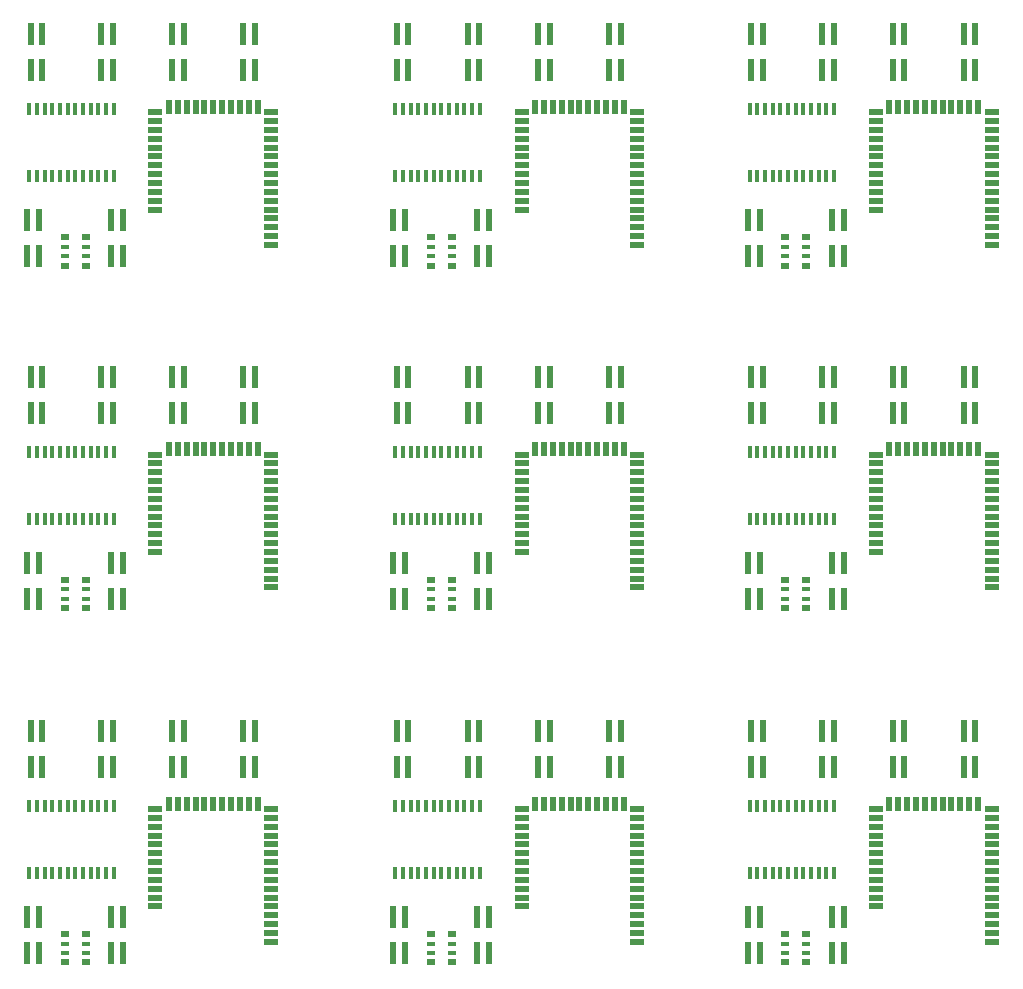
<source format=gbp>
%MOIN*%
%OFA0B0*%
%FSLAX46Y46*%
%IPPOS*%
%LPD*%
%ADD10R,0.047244094488188976X0.01968503937007874*%
%ADD11R,0.01968503937007874X0.047244094488188976*%
%ADD12R,0.015748031496062995X0.043307086614173235*%
%ADD13R,0.031496062992125991X0.01968503937007874*%
%ADD14R,0.031496062992125991X0.015748031496062995*%
%ADD15R,0.01968503937007874X0.072834645669291348*%
%ADD26R,0.047244094488188976X0.01968503937007874*%
%ADD27R,0.01968503937007874X0.047244094488188976*%
%ADD28R,0.015748031496062995X0.043307086614173235*%
%ADD29R,0.031496062992125991X0.01968503937007874*%
%ADD30R,0.031496062992125991X0.015748031496062995*%
%ADD31R,0.01968503937007874X0.072834645669291348*%
%ADD32R,0.047244094488188976X0.01968503937007874*%
%ADD33R,0.01968503937007874X0.047244094488188976*%
%ADD34R,0.015748031496062995X0.043307086614173235*%
%ADD35R,0.031496062992125991X0.01968503937007874*%
%ADD36R,0.031496062992125991X0.015748031496062995*%
%ADD37R,0.01968503937007874X0.072834645669291348*%
%ADD38R,0.047244094488188976X0.01968503937007874*%
%ADD39R,0.01968503937007874X0.047244094488188976*%
%ADD40R,0.015748031496062995X0.043307086614173235*%
%ADD41R,0.031496062992125991X0.01968503937007874*%
%ADD42R,0.031496062992125991X0.015748031496062995*%
%ADD43R,0.01968503937007874X0.072834645669291348*%
%ADD44R,0.047244094488188976X0.01968503937007874*%
%ADD45R,0.01968503937007874X0.047244094488188976*%
%ADD46R,0.015748031496062995X0.043307086614173235*%
%ADD47R,0.031496062992125991X0.01968503937007874*%
%ADD48R,0.031496062992125991X0.015748031496062995*%
%ADD49R,0.01968503937007874X0.072834645669291348*%
%ADD50R,0.047244094488188976X0.01968503937007874*%
%ADD51R,0.01968503937007874X0.047244094488188976*%
%ADD52R,0.015748031496062995X0.043307086614173235*%
%ADD53R,0.031496062992125991X0.01968503937007874*%
%ADD54R,0.031496062992125991X0.015748031496062995*%
%ADD55R,0.01968503937007874X0.072834645669291348*%
%ADD56R,0.047244094488188976X0.01968503937007874*%
%ADD57R,0.01968503937007874X0.047244094488188976*%
%ADD58R,0.015748031496062995X0.043307086614173235*%
%ADD59R,0.031496062992125991X0.01968503937007874*%
%ADD60R,0.031496062992125991X0.015748031496062995*%
%ADD61R,0.01968503937007874X0.072834645669291348*%
%ADD62R,0.047244094488188976X0.01968503937007874*%
%ADD63R,0.01968503937007874X0.047244094488188976*%
%ADD64R,0.015748031496062995X0.043307086614173235*%
%ADD65R,0.031496062992125991X0.01968503937007874*%
%ADD66R,0.031496062992125991X0.015748031496062995*%
%ADD67R,0.01968503937007874X0.072834645669291348*%
%ADD68R,0.047244094488188976X0.01968503937007874*%
%ADD69R,0.01968503937007874X0.047244094488188976*%
%ADD70R,0.015748031496062995X0.043307086614173235*%
%ADD71R,0.031496062992125991X0.01968503937007874*%
%ADD72R,0.031496062992125991X0.015748031496062995*%
%ADD73R,0.01968503937007874X0.072834645669291348*%
D10*
X-0005196850Y0006889763D02*
X0000799566Y0002852440D03*
X0000799566Y0002881968D03*
X0000799566Y0002911496D03*
X0000799566Y0002941023D03*
X0000799566Y0002970551D03*
X0000799566Y0003000078D03*
X0000799566Y0003029606D03*
X0000799566Y0003059133D03*
X0000799566Y0003088661D03*
X0000799566Y0003118188D03*
X0000799566Y0003147716D03*
X0000799566Y0003177244D03*
D11*
X0000844842Y0003194960D03*
X0000874370Y0003194960D03*
X0000903897Y0003194960D03*
X0000933425Y0003194960D03*
X0000962952Y0003194960D03*
X0000992480Y0003194960D03*
X0001022007Y0003194960D03*
X0001051535Y0003194960D03*
X0001081062Y0003194960D03*
X0001110590Y0003194960D03*
X0001140118Y0003194960D03*
D10*
X0001185393Y0003177244D03*
X0001185393Y0003147716D03*
X0001185393Y0003118188D03*
X0001185393Y0003088661D03*
X0001185393Y0003059133D03*
X0001185393Y0003029606D03*
X0001185393Y0003000078D03*
X0001185393Y0002970551D03*
X0001185393Y0002941023D03*
X0001185393Y0002911496D03*
X0001185393Y0002881968D03*
X0001185393Y0002852440D03*
X0001185393Y0002822913D03*
X0001185393Y0002793385D03*
X0001185393Y0002763858D03*
X0001185393Y0002734330D03*
D12*
X0000378818Y0002962992D03*
X0000404409Y0002962992D03*
X0000429999Y0002962992D03*
X0000455590Y0002962992D03*
X0000481181Y0002962992D03*
X0000506771Y0002962992D03*
X0000532362Y0002962992D03*
X0000557952Y0002962992D03*
X0000583543Y0002962992D03*
X0000609133Y0002962992D03*
X0000634724Y0002962992D03*
X0000660314Y0002962992D03*
X0000660314Y0003187401D03*
X0000634724Y0003187401D03*
X0000609133Y0003187401D03*
X0000583543Y0003187401D03*
X0000557952Y0003187401D03*
X0000532362Y0003187401D03*
X0000506771Y0003187401D03*
X0000481181Y0003187401D03*
X0000455590Y0003187401D03*
X0000429999Y0003187401D03*
X0000404409Y0003187401D03*
X0000378818Y0003187401D03*
D13*
X0000567598Y0002759921D03*
D14*
X0000567598Y0002696929D03*
X0000567598Y0002728425D03*
D13*
X0000567598Y0002665433D03*
D14*
X0000496732Y0002728425D03*
D13*
X0000496732Y0002759921D03*
D14*
X0000496732Y0002696929D03*
D13*
X0000496732Y0002665433D03*
D15*
X0000652401Y0002695944D03*
X0000652401Y0002816023D03*
X0000691771Y0002695944D03*
X0000691771Y0002816023D03*
X0000411929Y0002816023D03*
X0000411929Y0002695944D03*
X0000372559Y0002816023D03*
X0000372559Y0002695944D03*
X0001131023Y0003436771D03*
X0001131023Y0003316692D03*
X0001091653Y0003436771D03*
X0001091653Y0003316692D03*
X0000894894Y0003436771D03*
X0000894894Y0003316692D03*
X0000855524Y0003436771D03*
X0000855524Y0003316692D03*
X0000619396Y0003316692D03*
X0000619396Y0003436771D03*
X0000658766Y0003316692D03*
X0000658766Y0003436771D03*
X0000422637Y0003436771D03*
X0000422637Y0003316692D03*
X0000383267Y0003436771D03*
X0000383267Y0003316692D03*
G04 next file*
G04 #@! TF.GenerationSoftware,KiCad,Pcbnew,(5.1.2)-1*
G04 #@! TF.CreationDate,2019-11-14T17:32:28+05:30*
G04 #@! TF.ProjectId,Frame,4672616d-652e-46b6-9963-61645f706362,rev?*
G04 #@! TF.SameCoordinates,Original*
G04 #@! TF.FileFunction,Paste,Bot*
G04 #@! TF.FilePolarity,Positive*
G04 Gerber Fmt 4.6, Leading zero omitted, Abs format (unit mm)*
G04 Created by KiCad (PCBNEW (5.1.2)-1) date 2019-11-14 17:32:28*
G04 APERTURE LIST*
G04 APERTURE END LIST*
G04 next file*
G04 #@! TF.GenerationSoftware,KiCad,Pcbnew,(5.1.2)-1*
G04 #@! TF.CreationDate,2019-11-08T13:50:46+05:30*
G04 #@! TF.ProjectId,TALK,54414c4b-2e6b-4696-9361-645f70636258,rev?*
G04 #@! TF.SameCoordinates,Original*
G04 #@! TF.FileFunction,Paste,Bot*
G04 #@! TF.FilePolarity,Positive*
G04 Gerber Fmt 4.6, Leading zero omitted, Abs format (unit mm)*
G04 Created by KiCad (PCBNEW (5.1.2)-1) date 2019-11-08 13:50:46*
G04 APERTURE LIST*
G04 APERTURE END LIST*
D26*
X-0003976377Y0006889763D02*
X0002020039Y0002852440D03*
X0002020039Y0002881968D03*
X0002020039Y0002911496D03*
X0002020039Y0002941023D03*
X0002020039Y0002970551D03*
X0002020039Y0003000078D03*
X0002020039Y0003029606D03*
X0002020039Y0003059133D03*
X0002020039Y0003088661D03*
X0002020039Y0003118188D03*
X0002020039Y0003147716D03*
X0002020039Y0003177244D03*
D27*
X0002065314Y0003194960D03*
X0002094842Y0003194960D03*
X0002124370Y0003194960D03*
X0002153897Y0003194960D03*
X0002183425Y0003194960D03*
X0002212952Y0003194960D03*
X0002242480Y0003194960D03*
X0002272007Y0003194960D03*
X0002301535Y0003194960D03*
X0002331062Y0003194960D03*
X0002360590Y0003194960D03*
D26*
X0002405866Y0003177244D03*
X0002405866Y0003147716D03*
X0002405866Y0003118188D03*
X0002405866Y0003088661D03*
X0002405866Y0003059133D03*
X0002405866Y0003029606D03*
X0002405866Y0003000078D03*
X0002405866Y0002970551D03*
X0002405866Y0002941023D03*
X0002405866Y0002911496D03*
X0002405866Y0002881968D03*
X0002405866Y0002852440D03*
X0002405866Y0002822913D03*
X0002405866Y0002793385D03*
X0002405866Y0002763858D03*
X0002405866Y0002734330D03*
D28*
X0001599291Y0002962992D03*
X0001624881Y0002962992D03*
X0001650472Y0002962992D03*
X0001676062Y0002962992D03*
X0001701653Y0002962992D03*
X0001727244Y0002962992D03*
X0001752834Y0002962992D03*
X0001778425Y0002962992D03*
X0001804015Y0002962992D03*
X0001829606Y0002962992D03*
X0001855196Y0002962992D03*
X0001880787Y0002962992D03*
X0001880787Y0003187401D03*
X0001855196Y0003187401D03*
X0001829606Y0003187401D03*
X0001804015Y0003187401D03*
X0001778425Y0003187401D03*
X0001752834Y0003187401D03*
X0001727244Y0003187401D03*
X0001701653Y0003187401D03*
X0001676062Y0003187401D03*
X0001650472Y0003187401D03*
X0001624881Y0003187401D03*
X0001599291Y0003187401D03*
D29*
X0001788070Y0002759921D03*
D30*
X0001788070Y0002696929D03*
X0001788070Y0002728425D03*
D29*
X0001788070Y0002665433D03*
D30*
X0001717204Y0002728425D03*
D29*
X0001717204Y0002759921D03*
D30*
X0001717204Y0002696929D03*
D29*
X0001717204Y0002665433D03*
D31*
X0001872874Y0002695944D03*
X0001872874Y0002816023D03*
X0001912244Y0002695944D03*
X0001912244Y0002816023D03*
X0001632401Y0002816023D03*
X0001632401Y0002695944D03*
X0001593031Y0002816023D03*
X0001593031Y0002695944D03*
X0002351496Y0003436771D03*
X0002351496Y0003316692D03*
X0002312125Y0003436771D03*
X0002312125Y0003316692D03*
X0002115367Y0003436771D03*
X0002115367Y0003316692D03*
X0002075997Y0003436771D03*
X0002075997Y0003316692D03*
X0001839868Y0003316692D03*
X0001839868Y0003436771D03*
X0001879238Y0003316692D03*
X0001879238Y0003436771D03*
X0001643110Y0003436771D03*
X0001643110Y0003316692D03*
X0001603740Y0003436771D03*
X0001603740Y0003316692D03*
G04 next file*
G04 #@! TF.GenerationSoftware,KiCad,Pcbnew,(5.1.2)-1*
G04 #@! TF.CreationDate,2019-11-08T13:50:46+05:30*
G04 #@! TF.ProjectId,TALK,54414c4b-2e6b-4696-9361-645f70636258,rev?*
G04 #@! TF.SameCoordinates,Original*
G04 #@! TF.FileFunction,Paste,Bot*
G04 #@! TF.FilePolarity,Positive*
G04 Gerber Fmt 4.6, Leading zero omitted, Abs format (unit mm)*
G04 Created by KiCad (PCBNEW (5.1.2)-1) date 2019-11-08 13:50:46*
G04 APERTURE LIST*
G04 APERTURE END LIST*
D32*
X-0002795275Y0006889763D02*
X0003201141Y0002852440D03*
X0003201141Y0002881968D03*
X0003201141Y0002911496D03*
X0003201141Y0002941023D03*
X0003201141Y0002970551D03*
X0003201141Y0003000078D03*
X0003201141Y0003029606D03*
X0003201141Y0003059133D03*
X0003201141Y0003088661D03*
X0003201141Y0003118188D03*
X0003201141Y0003147716D03*
X0003201141Y0003177244D03*
D33*
X0003246417Y0003194960D03*
X0003275944Y0003194960D03*
X0003305472Y0003194960D03*
X0003335000Y0003194960D03*
X0003364527Y0003194960D03*
X0003394055Y0003194960D03*
X0003423582Y0003194960D03*
X0003453110Y0003194960D03*
X0003482637Y0003194960D03*
X0003512165Y0003194960D03*
X0003541692Y0003194960D03*
D32*
X0003586968Y0003177244D03*
X0003586968Y0003147716D03*
X0003586968Y0003118188D03*
X0003586968Y0003088661D03*
X0003586968Y0003059133D03*
X0003586968Y0003029606D03*
X0003586968Y0003000078D03*
X0003586968Y0002970551D03*
X0003586968Y0002941023D03*
X0003586968Y0002911496D03*
X0003586968Y0002881968D03*
X0003586968Y0002852440D03*
X0003586968Y0002822913D03*
X0003586968Y0002793385D03*
X0003586968Y0002763858D03*
X0003586968Y0002734330D03*
D34*
X0002780393Y0002962992D03*
X0002805984Y0002962992D03*
X0002831574Y0002962992D03*
X0002857165Y0002962992D03*
X0002882755Y0002962992D03*
X0002908346Y0002962992D03*
X0002933936Y0002962992D03*
X0002959527Y0002962992D03*
X0002985118Y0002962992D03*
X0003010708Y0002962992D03*
X0003036299Y0002962992D03*
X0003061889Y0002962992D03*
X0003061889Y0003187401D03*
X0003036299Y0003187401D03*
X0003010708Y0003187401D03*
X0002985118Y0003187401D03*
X0002959527Y0003187401D03*
X0002933936Y0003187401D03*
X0002908346Y0003187401D03*
X0002882755Y0003187401D03*
X0002857165Y0003187401D03*
X0002831574Y0003187401D03*
X0002805984Y0003187401D03*
X0002780393Y0003187401D03*
D35*
X0002969173Y0002759921D03*
D36*
X0002969173Y0002696929D03*
X0002969173Y0002728425D03*
D35*
X0002969173Y0002665433D03*
D36*
X0002898307Y0002728425D03*
D35*
X0002898307Y0002759921D03*
D36*
X0002898307Y0002696929D03*
D35*
X0002898307Y0002665433D03*
D37*
X0003053976Y0002695944D03*
X0003053976Y0002816023D03*
X0003093346Y0002695944D03*
X0003093346Y0002816023D03*
X0002813503Y0002816023D03*
X0002813503Y0002695944D03*
X0002774133Y0002816023D03*
X0002774133Y0002695944D03*
X0003532598Y0003436771D03*
X0003532598Y0003316692D03*
X0003493228Y0003436771D03*
X0003493228Y0003316692D03*
X0003296469Y0003436771D03*
X0003296469Y0003316692D03*
X0003257099Y0003436771D03*
X0003257099Y0003316692D03*
X0003020971Y0003316692D03*
X0003020971Y0003436771D03*
X0003060341Y0003316692D03*
X0003060341Y0003436771D03*
X0002824212Y0003436771D03*
X0002824212Y0003316692D03*
X0002784842Y0003436771D03*
X0002784842Y0003316692D03*
G04 next file*
G04 #@! TF.GenerationSoftware,KiCad,Pcbnew,(5.1.2)-1*
G04 #@! TF.CreationDate,2019-11-08T13:50:46+05:30*
G04 #@! TF.ProjectId,TALK,54414c4b-2e6b-4696-9361-645f70636258,rev?*
G04 #@! TF.SameCoordinates,Original*
G04 #@! TF.FileFunction,Paste,Bot*
G04 #@! TF.FilePolarity,Positive*
G04 Gerber Fmt 4.6, Leading zero omitted, Abs format (unit mm)*
G04 Created by KiCad (PCBNEW (5.1.2)-1) date 2019-11-08 13:50:46*
G04 APERTURE LIST*
G04 APERTURE END LIST*
D38*
X-0005196850Y0005748031D02*
X0000799566Y0001710708D03*
X0000799566Y0001740236D03*
X0000799566Y0001769763D03*
X0000799566Y0001799291D03*
X0000799566Y0001828818D03*
X0000799566Y0001858346D03*
X0000799566Y0001887874D03*
X0000799566Y0001917401D03*
X0000799566Y0001946929D03*
X0000799566Y0001976456D03*
X0000799566Y0002005984D03*
X0000799566Y0002035511D03*
D39*
X0000844842Y0002053228D03*
X0000874370Y0002053228D03*
X0000903897Y0002053228D03*
X0000933425Y0002053228D03*
X0000962952Y0002053228D03*
X0000992480Y0002053228D03*
X0001022007Y0002053228D03*
X0001051535Y0002053228D03*
X0001081062Y0002053228D03*
X0001110590Y0002053228D03*
X0001140118Y0002053228D03*
D38*
X0001185393Y0002035511D03*
X0001185393Y0002005984D03*
X0001185393Y0001976456D03*
X0001185393Y0001946929D03*
X0001185393Y0001917401D03*
X0001185393Y0001887874D03*
X0001185393Y0001858346D03*
X0001185393Y0001828818D03*
X0001185393Y0001799291D03*
X0001185393Y0001769763D03*
X0001185393Y0001740236D03*
X0001185393Y0001710708D03*
X0001185393Y0001681181D03*
X0001185393Y0001651653D03*
X0001185393Y0001622125D03*
X0001185393Y0001592598D03*
D40*
X0000378818Y0001821259D03*
X0000404409Y0001821259D03*
X0000429999Y0001821259D03*
X0000455590Y0001821259D03*
X0000481181Y0001821259D03*
X0000506771Y0001821259D03*
X0000532362Y0001821259D03*
X0000557952Y0001821259D03*
X0000583543Y0001821259D03*
X0000609133Y0001821259D03*
X0000634724Y0001821259D03*
X0000660314Y0001821259D03*
X0000660314Y0002045669D03*
X0000634724Y0002045669D03*
X0000609133Y0002045669D03*
X0000583543Y0002045669D03*
X0000557952Y0002045669D03*
X0000532362Y0002045669D03*
X0000506771Y0002045669D03*
X0000481181Y0002045669D03*
X0000455590Y0002045669D03*
X0000429999Y0002045669D03*
X0000404409Y0002045669D03*
X0000378818Y0002045669D03*
D41*
X0000567598Y0001618188D03*
D42*
X0000567598Y0001555196D03*
X0000567598Y0001586692D03*
D41*
X0000567598Y0001523700D03*
D42*
X0000496732Y0001586692D03*
D41*
X0000496732Y0001618188D03*
D42*
X0000496732Y0001555196D03*
D41*
X0000496732Y0001523700D03*
D43*
X0000652401Y0001554212D03*
X0000652401Y0001674291D03*
X0000691771Y0001554212D03*
X0000691771Y0001674291D03*
X0000411929Y0001674291D03*
X0000411929Y0001554212D03*
X0000372559Y0001674291D03*
X0000372559Y0001554212D03*
X0001131023Y0002295039D03*
X0001131023Y0002174960D03*
X0001091653Y0002295039D03*
X0001091653Y0002174960D03*
X0000894894Y0002295039D03*
X0000894894Y0002174960D03*
X0000855524Y0002295039D03*
X0000855524Y0002174960D03*
X0000619396Y0002174960D03*
X0000619396Y0002295039D03*
X0000658766Y0002174960D03*
X0000658766Y0002295039D03*
X0000422637Y0002295039D03*
X0000422637Y0002174960D03*
X0000383267Y0002295039D03*
X0000383267Y0002174960D03*
G04 next file*
G04 #@! TF.GenerationSoftware,KiCad,Pcbnew,(5.1.2)-1*
G04 #@! TF.CreationDate,2019-11-08T13:50:46+05:30*
G04 #@! TF.ProjectId,TALK,54414c4b-2e6b-4696-9361-645f70636258,rev?*
G04 #@! TF.SameCoordinates,Original*
G04 #@! TF.FileFunction,Paste,Bot*
G04 #@! TF.FilePolarity,Positive*
G04 Gerber Fmt 4.6, Leading zero omitted, Abs format (unit mm)*
G04 Created by KiCad (PCBNEW (5.1.2)-1) date 2019-11-08 13:50:46*
G04 APERTURE LIST*
G04 APERTURE END LIST*
D44*
X-0005196850Y0004566929D02*
X0000799566Y0000529606D03*
X0000799566Y0000559133D03*
X0000799566Y0000588661D03*
X0000799566Y0000618188D03*
X0000799566Y0000647716D03*
X0000799566Y0000677244D03*
X0000799566Y0000706771D03*
X0000799566Y0000736299D03*
X0000799566Y0000765826D03*
X0000799566Y0000795354D03*
X0000799566Y0000824881D03*
X0000799566Y0000854409D03*
D45*
X0000844842Y0000872125D03*
X0000874370Y0000872125D03*
X0000903897Y0000872125D03*
X0000933425Y0000872125D03*
X0000962952Y0000872125D03*
X0000992480Y0000872125D03*
X0001022007Y0000872125D03*
X0001051535Y0000872125D03*
X0001081062Y0000872125D03*
X0001110590Y0000872125D03*
X0001140118Y0000872125D03*
D44*
X0001185393Y0000854409D03*
X0001185393Y0000824881D03*
X0001185393Y0000795354D03*
X0001185393Y0000765826D03*
X0001185393Y0000736299D03*
X0001185393Y0000706771D03*
X0001185393Y0000677244D03*
X0001185393Y0000647716D03*
X0001185393Y0000618188D03*
X0001185393Y0000588661D03*
X0001185393Y0000559133D03*
X0001185393Y0000529606D03*
X0001185393Y0000500078D03*
X0001185393Y0000470551D03*
X0001185393Y0000441023D03*
X0001185393Y0000411496D03*
D46*
X0000378818Y0000640157D03*
X0000404409Y0000640157D03*
X0000429999Y0000640157D03*
X0000455590Y0000640157D03*
X0000481181Y0000640157D03*
X0000506771Y0000640157D03*
X0000532362Y0000640157D03*
X0000557952Y0000640157D03*
X0000583543Y0000640157D03*
X0000609133Y0000640157D03*
X0000634724Y0000640157D03*
X0000660314Y0000640157D03*
X0000660314Y0000864566D03*
X0000634724Y0000864566D03*
X0000609133Y0000864566D03*
X0000583543Y0000864566D03*
X0000557952Y0000864566D03*
X0000532362Y0000864566D03*
X0000506771Y0000864566D03*
X0000481181Y0000864566D03*
X0000455590Y0000864566D03*
X0000429999Y0000864566D03*
X0000404409Y0000864566D03*
X0000378818Y0000864566D03*
D47*
X0000567598Y0000437086D03*
D48*
X0000567598Y0000374094D03*
X0000567598Y0000405590D03*
D47*
X0000567598Y0000342598D03*
D48*
X0000496732Y0000405590D03*
D47*
X0000496732Y0000437086D03*
D48*
X0000496732Y0000374094D03*
D47*
X0000496732Y0000342598D03*
D49*
X0000652401Y0000373110D03*
X0000652401Y0000493188D03*
X0000691771Y0000373110D03*
X0000691771Y0000493188D03*
X0000411929Y0000493188D03*
X0000411929Y0000373110D03*
X0000372559Y0000493188D03*
X0000372559Y0000373110D03*
X0001131023Y0001113936D03*
X0001131023Y0000993858D03*
X0001091653Y0001113936D03*
X0001091653Y0000993858D03*
X0000894894Y0001113936D03*
X0000894894Y0000993858D03*
X0000855524Y0001113936D03*
X0000855524Y0000993858D03*
X0000619396Y0000993858D03*
X0000619396Y0001113936D03*
X0000658766Y0000993858D03*
X0000658766Y0001113936D03*
X0000422637Y0001113936D03*
X0000422637Y0000993858D03*
X0000383267Y0001113936D03*
X0000383267Y0000993858D03*
G04 next file*
G04 #@! TF.GenerationSoftware,KiCad,Pcbnew,(5.1.2)-1*
G04 #@! TF.CreationDate,2019-11-08T13:50:46+05:30*
G04 #@! TF.ProjectId,TALK,54414c4b-2e6b-4696-9361-645f70636258,rev?*
G04 #@! TF.SameCoordinates,Original*
G04 #@! TF.FileFunction,Paste,Bot*
G04 #@! TF.FilePolarity,Positive*
G04 Gerber Fmt 4.6, Leading zero omitted, Abs format (unit mm)*
G04 Created by KiCad (PCBNEW (5.1.2)-1) date 2019-11-08 13:50:46*
G04 APERTURE LIST*
G04 APERTURE END LIST*
D50*
X-0003976377Y0005748031D02*
X0002020039Y0001710708D03*
X0002020039Y0001740236D03*
X0002020039Y0001769763D03*
X0002020039Y0001799291D03*
X0002020039Y0001828818D03*
X0002020039Y0001858346D03*
X0002020039Y0001887874D03*
X0002020039Y0001917401D03*
X0002020039Y0001946929D03*
X0002020039Y0001976456D03*
X0002020039Y0002005984D03*
X0002020039Y0002035511D03*
D51*
X0002065314Y0002053228D03*
X0002094842Y0002053228D03*
X0002124370Y0002053228D03*
X0002153897Y0002053228D03*
X0002183425Y0002053228D03*
X0002212952Y0002053228D03*
X0002242480Y0002053228D03*
X0002272007Y0002053228D03*
X0002301535Y0002053228D03*
X0002331062Y0002053228D03*
X0002360590Y0002053228D03*
D50*
X0002405866Y0002035511D03*
X0002405866Y0002005984D03*
X0002405866Y0001976456D03*
X0002405866Y0001946929D03*
X0002405866Y0001917401D03*
X0002405866Y0001887874D03*
X0002405866Y0001858346D03*
X0002405866Y0001828818D03*
X0002405866Y0001799291D03*
X0002405866Y0001769763D03*
X0002405866Y0001740236D03*
X0002405866Y0001710708D03*
X0002405866Y0001681181D03*
X0002405866Y0001651653D03*
X0002405866Y0001622125D03*
X0002405866Y0001592598D03*
D52*
X0001599291Y0001821259D03*
X0001624881Y0001821259D03*
X0001650472Y0001821259D03*
X0001676062Y0001821259D03*
X0001701653Y0001821259D03*
X0001727244Y0001821259D03*
X0001752834Y0001821259D03*
X0001778425Y0001821259D03*
X0001804015Y0001821259D03*
X0001829606Y0001821259D03*
X0001855196Y0001821259D03*
X0001880787Y0001821259D03*
X0001880787Y0002045669D03*
X0001855196Y0002045669D03*
X0001829606Y0002045669D03*
X0001804015Y0002045669D03*
X0001778425Y0002045669D03*
X0001752834Y0002045669D03*
X0001727244Y0002045669D03*
X0001701653Y0002045669D03*
X0001676062Y0002045669D03*
X0001650472Y0002045669D03*
X0001624881Y0002045669D03*
X0001599291Y0002045669D03*
D53*
X0001788070Y0001618188D03*
D54*
X0001788070Y0001555196D03*
X0001788070Y0001586692D03*
D53*
X0001788070Y0001523700D03*
D54*
X0001717204Y0001586692D03*
D53*
X0001717204Y0001618188D03*
D54*
X0001717204Y0001555196D03*
D53*
X0001717204Y0001523700D03*
D55*
X0001872874Y0001554212D03*
X0001872874Y0001674291D03*
X0001912244Y0001554212D03*
X0001912244Y0001674291D03*
X0001632401Y0001674291D03*
X0001632401Y0001554212D03*
X0001593031Y0001674291D03*
X0001593031Y0001554212D03*
X0002351496Y0002295039D03*
X0002351496Y0002174960D03*
X0002312125Y0002295039D03*
X0002312125Y0002174960D03*
X0002115367Y0002295039D03*
X0002115367Y0002174960D03*
X0002075997Y0002295039D03*
X0002075997Y0002174960D03*
X0001839868Y0002174960D03*
X0001839868Y0002295039D03*
X0001879238Y0002174960D03*
X0001879238Y0002295039D03*
X0001643110Y0002295039D03*
X0001643110Y0002174960D03*
X0001603740Y0002295039D03*
X0001603740Y0002174960D03*
G04 next file*
G04 #@! TF.GenerationSoftware,KiCad,Pcbnew,(5.1.2)-1*
G04 #@! TF.CreationDate,2019-11-08T13:50:46+05:30*
G04 #@! TF.ProjectId,TALK,54414c4b-2e6b-4696-9361-645f70636258,rev?*
G04 #@! TF.SameCoordinates,Original*
G04 #@! TF.FileFunction,Paste,Bot*
G04 #@! TF.FilePolarity,Positive*
G04 Gerber Fmt 4.6, Leading zero omitted, Abs format (unit mm)*
G04 Created by KiCad (PCBNEW (5.1.2)-1) date 2019-11-08 13:50:46*
G04 APERTURE LIST*
G04 APERTURE END LIST*
D56*
X-0003976377Y0004566929D02*
X0002020039Y0000529606D03*
X0002020039Y0000559133D03*
X0002020039Y0000588661D03*
X0002020039Y0000618188D03*
X0002020039Y0000647716D03*
X0002020039Y0000677244D03*
X0002020039Y0000706771D03*
X0002020039Y0000736299D03*
X0002020039Y0000765826D03*
X0002020039Y0000795354D03*
X0002020039Y0000824881D03*
X0002020039Y0000854409D03*
D57*
X0002065314Y0000872125D03*
X0002094842Y0000872125D03*
X0002124370Y0000872125D03*
X0002153897Y0000872125D03*
X0002183425Y0000872125D03*
X0002212952Y0000872125D03*
X0002242480Y0000872125D03*
X0002272007Y0000872125D03*
X0002301535Y0000872125D03*
X0002331062Y0000872125D03*
X0002360590Y0000872125D03*
D56*
X0002405866Y0000854409D03*
X0002405866Y0000824881D03*
X0002405866Y0000795354D03*
X0002405866Y0000765826D03*
X0002405866Y0000736299D03*
X0002405866Y0000706771D03*
X0002405866Y0000677244D03*
X0002405866Y0000647716D03*
X0002405866Y0000618188D03*
X0002405866Y0000588661D03*
X0002405866Y0000559133D03*
X0002405866Y0000529606D03*
X0002405866Y0000500078D03*
X0002405866Y0000470551D03*
X0002405866Y0000441023D03*
X0002405866Y0000411496D03*
D58*
X0001599291Y0000640157D03*
X0001624881Y0000640157D03*
X0001650472Y0000640157D03*
X0001676062Y0000640157D03*
X0001701653Y0000640157D03*
X0001727244Y0000640157D03*
X0001752834Y0000640157D03*
X0001778425Y0000640157D03*
X0001804015Y0000640157D03*
X0001829606Y0000640157D03*
X0001855196Y0000640157D03*
X0001880787Y0000640157D03*
X0001880787Y0000864566D03*
X0001855196Y0000864566D03*
X0001829606Y0000864566D03*
X0001804015Y0000864566D03*
X0001778425Y0000864566D03*
X0001752834Y0000864566D03*
X0001727244Y0000864566D03*
X0001701653Y0000864566D03*
X0001676062Y0000864566D03*
X0001650472Y0000864566D03*
X0001624881Y0000864566D03*
X0001599291Y0000864566D03*
D59*
X0001788070Y0000437086D03*
D60*
X0001788070Y0000374094D03*
X0001788070Y0000405590D03*
D59*
X0001788070Y0000342598D03*
D60*
X0001717204Y0000405590D03*
D59*
X0001717204Y0000437086D03*
D60*
X0001717204Y0000374094D03*
D59*
X0001717204Y0000342598D03*
D61*
X0001872874Y0000373110D03*
X0001872874Y0000493188D03*
X0001912244Y0000373110D03*
X0001912244Y0000493188D03*
X0001632401Y0000493188D03*
X0001632401Y0000373110D03*
X0001593031Y0000493188D03*
X0001593031Y0000373110D03*
X0002351496Y0001113936D03*
X0002351496Y0000993858D03*
X0002312125Y0001113936D03*
X0002312125Y0000993858D03*
X0002115367Y0001113936D03*
X0002115367Y0000993858D03*
X0002075997Y0001113936D03*
X0002075997Y0000993858D03*
X0001839868Y0000993858D03*
X0001839868Y0001113936D03*
X0001879238Y0000993858D03*
X0001879238Y0001113936D03*
X0001643110Y0001113936D03*
X0001643110Y0000993858D03*
X0001603740Y0001113936D03*
X0001603740Y0000993858D03*
G04 next file*
G04 #@! TF.GenerationSoftware,KiCad,Pcbnew,(5.1.2)-1*
G04 #@! TF.CreationDate,2019-11-08T13:50:46+05:30*
G04 #@! TF.ProjectId,TALK,54414c4b-2e6b-4696-9361-645f70636258,rev?*
G04 #@! TF.SameCoordinates,Original*
G04 #@! TF.FileFunction,Paste,Bot*
G04 #@! TF.FilePolarity,Positive*
G04 Gerber Fmt 4.6, Leading zero omitted, Abs format (unit mm)*
G04 Created by KiCad (PCBNEW (5.1.2)-1) date 2019-11-08 13:50:46*
G04 APERTURE LIST*
G04 APERTURE END LIST*
D62*
X-0002795275Y0005748031D02*
X0003201141Y0001710708D03*
X0003201141Y0001740236D03*
X0003201141Y0001769763D03*
X0003201141Y0001799291D03*
X0003201141Y0001828818D03*
X0003201141Y0001858346D03*
X0003201141Y0001887874D03*
X0003201141Y0001917401D03*
X0003201141Y0001946929D03*
X0003201141Y0001976456D03*
X0003201141Y0002005984D03*
X0003201141Y0002035511D03*
D63*
X0003246417Y0002053228D03*
X0003275944Y0002053228D03*
X0003305472Y0002053228D03*
X0003335000Y0002053228D03*
X0003364527Y0002053228D03*
X0003394055Y0002053228D03*
X0003423582Y0002053228D03*
X0003453110Y0002053228D03*
X0003482637Y0002053228D03*
X0003512165Y0002053228D03*
X0003541692Y0002053228D03*
D62*
X0003586968Y0002035511D03*
X0003586968Y0002005984D03*
X0003586968Y0001976456D03*
X0003586968Y0001946929D03*
X0003586968Y0001917401D03*
X0003586968Y0001887874D03*
X0003586968Y0001858346D03*
X0003586968Y0001828818D03*
X0003586968Y0001799291D03*
X0003586968Y0001769763D03*
X0003586968Y0001740236D03*
X0003586968Y0001710708D03*
X0003586968Y0001681181D03*
X0003586968Y0001651653D03*
X0003586968Y0001622125D03*
X0003586968Y0001592598D03*
D64*
X0002780393Y0001821259D03*
X0002805984Y0001821259D03*
X0002831574Y0001821259D03*
X0002857165Y0001821259D03*
X0002882755Y0001821259D03*
X0002908346Y0001821259D03*
X0002933936Y0001821259D03*
X0002959527Y0001821259D03*
X0002985118Y0001821259D03*
X0003010708Y0001821259D03*
X0003036299Y0001821259D03*
X0003061889Y0001821259D03*
X0003061889Y0002045669D03*
X0003036299Y0002045669D03*
X0003010708Y0002045669D03*
X0002985118Y0002045669D03*
X0002959527Y0002045669D03*
X0002933936Y0002045669D03*
X0002908346Y0002045669D03*
X0002882755Y0002045669D03*
X0002857165Y0002045669D03*
X0002831574Y0002045669D03*
X0002805984Y0002045669D03*
X0002780393Y0002045669D03*
D65*
X0002969173Y0001618188D03*
D66*
X0002969173Y0001555196D03*
X0002969173Y0001586692D03*
D65*
X0002969173Y0001523700D03*
D66*
X0002898307Y0001586692D03*
D65*
X0002898307Y0001618188D03*
D66*
X0002898307Y0001555196D03*
D65*
X0002898307Y0001523700D03*
D67*
X0003053976Y0001554212D03*
X0003053976Y0001674291D03*
X0003093346Y0001554212D03*
X0003093346Y0001674291D03*
X0002813503Y0001674291D03*
X0002813503Y0001554212D03*
X0002774133Y0001674291D03*
X0002774133Y0001554212D03*
X0003532598Y0002295039D03*
X0003532598Y0002174960D03*
X0003493228Y0002295039D03*
X0003493228Y0002174960D03*
X0003296469Y0002295039D03*
X0003296469Y0002174960D03*
X0003257099Y0002295039D03*
X0003257099Y0002174960D03*
X0003020971Y0002174960D03*
X0003020971Y0002295039D03*
X0003060341Y0002174960D03*
X0003060341Y0002295039D03*
X0002824212Y0002295039D03*
X0002824212Y0002174960D03*
X0002784842Y0002295039D03*
X0002784842Y0002174960D03*
G04 next file*
G04 #@! TF.GenerationSoftware,KiCad,Pcbnew,(5.1.2)-1*
G04 #@! TF.CreationDate,2019-11-08T13:50:46+05:30*
G04 #@! TF.ProjectId,TALK,54414c4b-2e6b-4696-9361-645f70636258,rev?*
G04 #@! TF.SameCoordinates,Original*
G04 #@! TF.FileFunction,Paste,Bot*
G04 #@! TF.FilePolarity,Positive*
G04 Gerber Fmt 4.6, Leading zero omitted, Abs format (unit mm)*
G04 Created by KiCad (PCBNEW (5.1.2)-1) date 2019-11-08 13:50:46*
G04 APERTURE LIST*
G04 APERTURE END LIST*
D68*
X-0002795275Y0004566929D02*
X0003201141Y0000529606D03*
X0003201141Y0000559133D03*
X0003201141Y0000588661D03*
X0003201141Y0000618188D03*
X0003201141Y0000647716D03*
X0003201141Y0000677244D03*
X0003201141Y0000706771D03*
X0003201141Y0000736299D03*
X0003201141Y0000765826D03*
X0003201141Y0000795354D03*
X0003201141Y0000824881D03*
X0003201141Y0000854409D03*
D69*
X0003246417Y0000872125D03*
X0003275944Y0000872125D03*
X0003305472Y0000872125D03*
X0003335000Y0000872125D03*
X0003364527Y0000872125D03*
X0003394055Y0000872125D03*
X0003423582Y0000872125D03*
X0003453110Y0000872125D03*
X0003482637Y0000872125D03*
X0003512165Y0000872125D03*
X0003541692Y0000872125D03*
D68*
X0003586968Y0000854409D03*
X0003586968Y0000824881D03*
X0003586968Y0000795354D03*
X0003586968Y0000765826D03*
X0003586968Y0000736299D03*
X0003586968Y0000706771D03*
X0003586968Y0000677244D03*
X0003586968Y0000647716D03*
X0003586968Y0000618188D03*
X0003586968Y0000588661D03*
X0003586968Y0000559133D03*
X0003586968Y0000529606D03*
X0003586968Y0000500078D03*
X0003586968Y0000470551D03*
X0003586968Y0000441023D03*
X0003586968Y0000411496D03*
D70*
X0002780393Y0000640157D03*
X0002805984Y0000640157D03*
X0002831574Y0000640157D03*
X0002857165Y0000640157D03*
X0002882755Y0000640157D03*
X0002908346Y0000640157D03*
X0002933936Y0000640157D03*
X0002959527Y0000640157D03*
X0002985118Y0000640157D03*
X0003010708Y0000640157D03*
X0003036299Y0000640157D03*
X0003061889Y0000640157D03*
X0003061889Y0000864566D03*
X0003036299Y0000864566D03*
X0003010708Y0000864566D03*
X0002985118Y0000864566D03*
X0002959527Y0000864566D03*
X0002933936Y0000864566D03*
X0002908346Y0000864566D03*
X0002882755Y0000864566D03*
X0002857165Y0000864566D03*
X0002831574Y0000864566D03*
X0002805984Y0000864566D03*
X0002780393Y0000864566D03*
D71*
X0002969173Y0000437086D03*
D72*
X0002969173Y0000374094D03*
X0002969173Y0000405590D03*
D71*
X0002969173Y0000342598D03*
D72*
X0002898307Y0000405590D03*
D71*
X0002898307Y0000437086D03*
D72*
X0002898307Y0000374094D03*
D71*
X0002898307Y0000342598D03*
D73*
X0003053976Y0000373110D03*
X0003053976Y0000493188D03*
X0003093346Y0000373110D03*
X0003093346Y0000493188D03*
X0002813503Y0000493188D03*
X0002813503Y0000373110D03*
X0002774133Y0000493188D03*
X0002774133Y0000373110D03*
X0003532598Y0001113936D03*
X0003532598Y0000993858D03*
X0003493228Y0001113936D03*
X0003493228Y0000993858D03*
X0003296469Y0001113936D03*
X0003296469Y0000993858D03*
X0003257099Y0001113936D03*
X0003257099Y0000993858D03*
X0003020971Y0000993858D03*
X0003020971Y0001113936D03*
X0003060341Y0000993858D03*
X0003060341Y0001113936D03*
X0002824212Y0001113936D03*
X0002824212Y0000993858D03*
X0002784842Y0001113936D03*
X0002784842Y0000993858D03*
M02*
</source>
